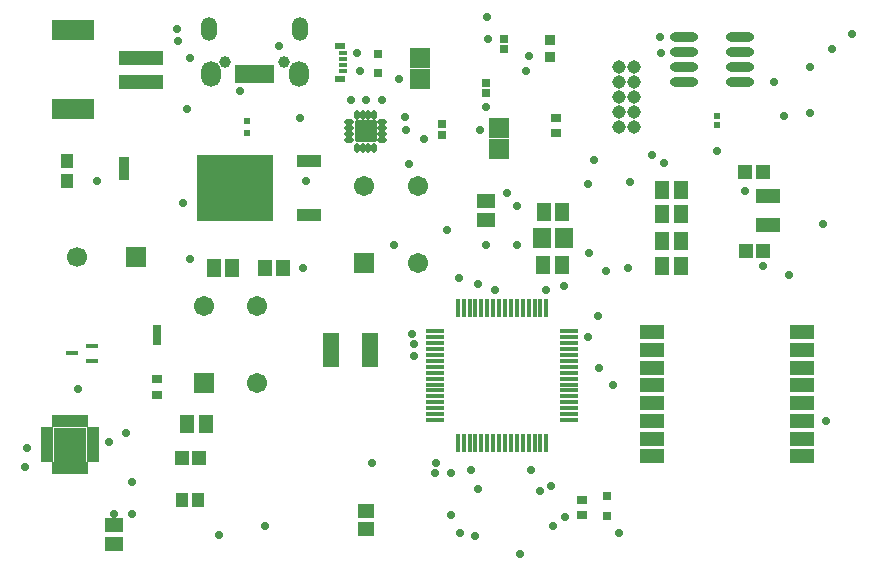
<source format=gts>
G04*
G04 #@! TF.GenerationSoftware,Altium Limited,Altium Designer,21.1.1 (26)*
G04*
G04 Layer_Color=8388736*
%FSLAX25Y25*%
%MOIN*%
G70*
G04*
G04 #@! TF.SameCoordinates,BDA2E955-75C2-487D-9455-DF565B8534AD*
G04*
G04*
G04 #@! TF.FilePolarity,Negative*
G04*
G01*
G75*
%ADD23R,0.02362X0.01968*%
%ADD28R,0.04473X0.01775*%
%ADD30R,0.03740X0.02756*%
%ADD31R,0.03150X0.03150*%
%ADD32R,0.03197X0.02985*%
%ADD35R,0.05906X0.01181*%
%ADD36R,0.01181X0.05906*%
%ADD37R,0.02648X0.02816*%
%ADD41R,0.03150X0.01181*%
%ADD42R,0.03543X0.02362*%
%ADD45R,0.03788X0.03681*%
%ADD47R,0.03985X0.04560*%
%ADD48R,0.01860X0.02029*%
%ADD55R,0.04147X0.04540*%
%ADD56R,0.04540X0.06115*%
%ADD57R,0.04540X0.04934*%
%ADD58R,0.02178X0.03950*%
%ADD59R,0.04147X0.02178*%
%ADD60R,0.11036X0.11430*%
%ADD61R,0.07887X0.04737*%
%ADD62R,0.06115X0.04540*%
%ADD63R,0.05721X0.04737*%
%ADD64O,0.09461X0.03162*%
%ADD65R,0.03162X0.03359*%
%ADD66R,0.06312X0.06706*%
%ADD67R,0.08477X0.04540*%
%ADD68R,0.02572X0.05918*%
%ADD69R,0.03713X0.03871*%
%ADD70R,0.06902X0.06706*%
G04:AMPARAMS|DCode=71|XSize=17.84mil|YSize=31.62mil|CornerRadius=5.97mil|HoleSize=0mil|Usage=FLASHONLY|Rotation=180.000|XOffset=0mil|YOffset=0mil|HoleType=Round|Shape=RoundedRectangle|*
%AMROUNDEDRECTD71*
21,1,0.01784,0.01968,0,0,180.0*
21,1,0.00591,0.03162,0,0,180.0*
1,1,0.01194,-0.00295,0.00984*
1,1,0.01194,0.00295,0.00984*
1,1,0.01194,0.00295,-0.00984*
1,1,0.01194,-0.00295,-0.00984*
%
%ADD71ROUNDEDRECTD71*%
G04:AMPARAMS|DCode=72|XSize=17.84mil|YSize=31.62mil|CornerRadius=5.97mil|HoleSize=0mil|Usage=FLASHONLY|Rotation=90.000|XOffset=0mil|YOffset=0mil|HoleType=Round|Shape=RoundedRectangle|*
%AMROUNDEDRECTD72*
21,1,0.01784,0.01968,0,0,90.0*
21,1,0.00591,0.03162,0,0,90.0*
1,1,0.01194,0.00984,0.00295*
1,1,0.01194,0.00984,-0.00295*
1,1,0.01194,-0.00984,-0.00295*
1,1,0.01194,-0.00984,0.00295*
%
%ADD72ROUNDEDRECTD72*%
G04:AMPARAMS|DCode=73|XSize=74.93mil|YSize=74.93mil|CornerRadius=6.01mil|HoleSize=0mil|Usage=FLASHONLY|Rotation=90.000|XOffset=0mil|YOffset=0mil|HoleType=Round|Shape=RoundedRectangle|*
%AMROUNDEDRECTD73*
21,1,0.07493,0.06291,0,0,90.0*
21,1,0.06291,0.07493,0,0,90.0*
1,1,0.01202,0.03146,0.03146*
1,1,0.01202,0.03146,-0.03146*
1,1,0.01202,-0.03146,-0.03146*
1,1,0.01202,-0.03146,0.03146*
%
%ADD73ROUNDEDRECTD73*%
%ADD74R,0.02965X0.03162*%
%ADD75R,0.14186X0.06706*%
%ADD76R,0.14580X0.04737*%
%ADD77R,0.07887X0.04343*%
%ADD78R,0.25210X0.22257*%
%ADD79R,0.05328X0.11430*%
%ADD80R,0.04737X0.05721*%
%ADD81C,0.06693*%
%ADD82R,0.06693X0.06693*%
%ADD83O,0.06509X0.08674*%
%ADD84O,0.05328X0.07887*%
%ADD85C,0.03950*%
%ADD86C,0.04500*%
%ADD87C,0.06706*%
%ADD88R,0.06706X0.06706*%
%ADD89C,0.02769*%
D23*
X178500Y462468D02*
D03*
Y458531D02*
D03*
D28*
X120000Y385000D02*
D03*
X126988Y387559D02*
D03*
Y382441D02*
D03*
D30*
X148500Y371000D02*
D03*
Y376315D02*
D03*
D31*
X298500Y330752D02*
D03*
Y337248D02*
D03*
X222000Y478252D02*
D03*
Y484748D02*
D03*
D32*
X290000Y331032D02*
D03*
Y335969D02*
D03*
X281500Y458532D02*
D03*
Y463468D02*
D03*
D35*
X241059Y392264D02*
D03*
Y390295D02*
D03*
Y388327D02*
D03*
Y386358D02*
D03*
Y384390D02*
D03*
Y382421D02*
D03*
Y380453D02*
D03*
Y378484D02*
D03*
Y376516D02*
D03*
Y374547D02*
D03*
Y372579D02*
D03*
Y370610D02*
D03*
Y368642D02*
D03*
Y366673D02*
D03*
Y364705D02*
D03*
Y362736D02*
D03*
X285941D02*
D03*
Y364705D02*
D03*
Y366673D02*
D03*
Y368642D02*
D03*
Y370610D02*
D03*
Y372579D02*
D03*
Y374547D02*
D03*
Y376516D02*
D03*
Y378484D02*
D03*
Y380453D02*
D03*
Y382421D02*
D03*
Y384390D02*
D03*
Y386358D02*
D03*
Y388327D02*
D03*
Y390295D02*
D03*
Y392264D02*
D03*
D36*
X248736Y355059D02*
D03*
X250705D02*
D03*
X252673D02*
D03*
X254642D02*
D03*
X256610D02*
D03*
X258579D02*
D03*
X260547D02*
D03*
X262516D02*
D03*
X264484D02*
D03*
X266453D02*
D03*
X268421D02*
D03*
X270390D02*
D03*
X272358D02*
D03*
X274327D02*
D03*
X276295D02*
D03*
X278264D02*
D03*
Y399941D02*
D03*
X276295D02*
D03*
X274327D02*
D03*
X272358D02*
D03*
X270390D02*
D03*
X268421D02*
D03*
X266453D02*
D03*
X264484D02*
D03*
X262516D02*
D03*
X260547D02*
D03*
X258579D02*
D03*
X256610D02*
D03*
X254642D02*
D03*
X252673D02*
D03*
X250705D02*
D03*
X248736D02*
D03*
D37*
X243500Y461384D02*
D03*
Y457616D02*
D03*
D41*
X210500Y479031D02*
D03*
Y481000D02*
D03*
Y482969D02*
D03*
Y484937D02*
D03*
D42*
X209516Y476472D02*
D03*
Y487496D02*
D03*
D45*
X279500Y489317D02*
D03*
Y483683D02*
D03*
D47*
X118500Y449012D02*
D03*
Y442500D02*
D03*
D48*
X335000Y461000D02*
D03*
Y463981D02*
D03*
D55*
X156685Y336000D02*
D03*
X162000D02*
D03*
D56*
X164890Y361500D02*
D03*
X158591D02*
D03*
X316850Y414000D02*
D03*
X323150D02*
D03*
X316850Y439500D02*
D03*
X323150D02*
D03*
X316850Y431500D02*
D03*
X323150D02*
D03*
X316850Y422500D02*
D03*
X323150D02*
D03*
X277201Y414500D02*
D03*
X283500D02*
D03*
X283650Y432000D02*
D03*
X277350D02*
D03*
X167350Y413500D02*
D03*
X173650D02*
D03*
D57*
X162500Y350000D02*
D03*
X156791D02*
D03*
X350500Y419000D02*
D03*
X344791D02*
D03*
X350354Y445500D02*
D03*
X344646D02*
D03*
D58*
X114579Y346626D02*
D03*
X116547D02*
D03*
X118516D02*
D03*
X120484D02*
D03*
X122453D02*
D03*
X124421D02*
D03*
Y362374D02*
D03*
X122453D02*
D03*
X120484D02*
D03*
X118516D02*
D03*
X116547D02*
D03*
X114579D02*
D03*
D59*
X127276Y349579D02*
D03*
Y351547D02*
D03*
Y353516D02*
D03*
Y355484D02*
D03*
Y357453D02*
D03*
Y359421D02*
D03*
X111724D02*
D03*
Y357453D02*
D03*
Y355484D02*
D03*
Y353516D02*
D03*
Y351547D02*
D03*
Y349579D02*
D03*
D60*
X119500Y354500D02*
D03*
D61*
X352000Y427579D02*
D03*
Y437421D02*
D03*
D62*
X134000Y321350D02*
D03*
Y327650D02*
D03*
X258000Y429350D02*
D03*
Y435650D02*
D03*
D63*
X218000Y326500D02*
D03*
Y332405D02*
D03*
D64*
X342949Y475500D02*
D03*
Y480500D02*
D03*
Y485500D02*
D03*
Y490500D02*
D03*
X324051Y475500D02*
D03*
Y480500D02*
D03*
Y485500D02*
D03*
Y490500D02*
D03*
D65*
X148500Y392673D02*
D03*
Y389327D02*
D03*
D66*
X284240Y423500D02*
D03*
X276760D02*
D03*
D67*
X313500Y374264D02*
D03*
Y380169D02*
D03*
Y350642D02*
D03*
Y356547D02*
D03*
Y362453D02*
D03*
Y368358D02*
D03*
Y386075D02*
D03*
Y391980D02*
D03*
X363500D02*
D03*
Y386075D02*
D03*
Y380169D02*
D03*
Y374264D02*
D03*
Y368358D02*
D03*
Y362453D02*
D03*
Y356547D02*
D03*
Y350642D02*
D03*
D68*
X186118Y478083D02*
D03*
X175882D02*
D03*
X183559D02*
D03*
X181000D02*
D03*
X178441D02*
D03*
D69*
X137500Y444642D02*
D03*
Y448500D02*
D03*
D70*
X262500Y460087D02*
D03*
Y453000D02*
D03*
X236000Y483543D02*
D03*
Y476457D02*
D03*
D71*
X215047Y453488D02*
D03*
X217016D02*
D03*
X218984D02*
D03*
X220953D02*
D03*
Y464512D02*
D03*
X218984D02*
D03*
X217016D02*
D03*
X215047D02*
D03*
D72*
X223512Y456047D02*
D03*
Y458016D02*
D03*
Y459984D02*
D03*
Y461953D02*
D03*
X212488D02*
D03*
Y459984D02*
D03*
Y458016D02*
D03*
Y456047D02*
D03*
D73*
X218000Y459000D02*
D03*
D74*
X264000Y489673D02*
D03*
Y486327D02*
D03*
X258000Y475173D02*
D03*
Y471827D02*
D03*
D75*
X120445Y466311D02*
D03*
Y492689D02*
D03*
D76*
X143083Y475563D02*
D03*
Y483437D02*
D03*
D77*
X199035Y431024D02*
D03*
Y448976D02*
D03*
D78*
X174626Y440000D02*
D03*
D79*
X219398Y386000D02*
D03*
X206602D02*
D03*
D80*
X184594Y413500D02*
D03*
X190500D02*
D03*
D81*
X121815Y417000D02*
D03*
D82*
X141500D02*
D03*
D83*
X195665Y478083D02*
D03*
X166335D02*
D03*
D84*
X196256Y493043D02*
D03*
X165744D02*
D03*
D85*
X190843Y482217D02*
D03*
X171157D02*
D03*
D86*
X302500Y480500D02*
D03*
X307500D02*
D03*
X302500Y475500D02*
D03*
X307500D02*
D03*
X302539Y470500D02*
D03*
X307500D02*
D03*
X302500Y465500D02*
D03*
X307500D02*
D03*
X302500Y460500D02*
D03*
X307500D02*
D03*
D87*
X235358Y415205D02*
D03*
Y440795D02*
D03*
X217642D02*
D03*
X181858Y375205D02*
D03*
Y400795D02*
D03*
X164142D02*
D03*
D88*
X217642Y415205D02*
D03*
X164142Y375205D02*
D03*
D89*
X115563Y350563D02*
D03*
Y354500D02*
D03*
Y358437D02*
D03*
X119500Y350563D02*
D03*
Y354500D02*
D03*
Y358437D02*
D03*
X123437Y350563D02*
D03*
Y354500D02*
D03*
Y358437D02*
D03*
X138000Y358500D02*
D03*
X140000Y331500D02*
D03*
X134000D02*
D03*
X132484Y355484D02*
D03*
X158500Y466500D02*
D03*
X258500Y497000D02*
D03*
X268500Y434000D02*
D03*
X268461Y420961D02*
D03*
X292000Y390500D02*
D03*
X300500Y374500D02*
D03*
X380000Y491500D02*
D03*
X366000Y465000D02*
D03*
X370500Y428000D02*
D03*
X284500Y330500D02*
D03*
X357500Y464000D02*
D03*
X366000Y480500D02*
D03*
X316500Y485000D02*
D03*
X316000Y490500D02*
D03*
X354000Y475500D02*
D03*
X373500Y486500D02*
D03*
X269500Y318000D02*
D03*
X371500Y362500D02*
D03*
X249500Y325000D02*
D03*
X246500Y331000D02*
D03*
X273000Y346000D02*
D03*
X253000D02*
D03*
X280500Y327500D02*
D03*
X279719Y340781D02*
D03*
X276000Y339000D02*
D03*
X246500Y345000D02*
D03*
X302500Y325000D02*
D03*
X241000Y345000D02*
D03*
X258000Y421000D02*
D03*
X227500D02*
D03*
X241500Y348500D02*
D03*
X317500Y448500D02*
D03*
X306000Y442000D02*
D03*
X278000Y406000D02*
D03*
X249000Y410000D02*
D03*
X292000Y441500D02*
D03*
X284000Y407500D02*
D03*
X261000Y406000D02*
D03*
X255500Y408000D02*
D03*
X313500Y451000D02*
D03*
X294000Y449500D02*
D03*
X292500Y418500D02*
D03*
X245000Y426000D02*
D03*
X255500Y339870D02*
D03*
X335000Y452500D02*
D03*
X265000Y438500D02*
D03*
X155000Y493000D02*
D03*
X155500Y489000D02*
D03*
X159500Y483500D02*
D03*
X305500Y413500D02*
D03*
X298000Y412500D02*
D03*
X122000Y373000D02*
D03*
X254500Y324000D02*
D03*
X344500Y439000D02*
D03*
X350500Y414000D02*
D03*
X233500Y391500D02*
D03*
X234000Y388000D02*
D03*
X295500Y397500D02*
D03*
X234000Y384000D02*
D03*
X220000Y348500D02*
D03*
X184500Y327500D02*
D03*
X104500Y347000D02*
D03*
X169000Y324500D02*
D03*
X105000Y353500D02*
D03*
X159500Y416500D02*
D03*
X140000Y342000D02*
D03*
X295669Y380169D02*
D03*
X359000Y411000D02*
D03*
X157000Y435000D02*
D03*
X197000Y413500D02*
D03*
X198000Y442500D02*
D03*
X128500D02*
D03*
X189000Y487500D02*
D03*
X196000Y463500D02*
D03*
X231057Y463597D02*
D03*
X229000Y476500D02*
D03*
X216000Y479000D02*
D03*
X237500Y456500D02*
D03*
X218000Y469468D02*
D03*
X223500Y469500D02*
D03*
X213000D02*
D03*
X215000Y485000D02*
D03*
X258827Y489673D02*
D03*
X271500Y479000D02*
D03*
X258000Y467000D02*
D03*
X231500Y459500D02*
D03*
X256000D02*
D03*
X232500Y448000D02*
D03*
X176000Y472500D02*
D03*
X272500Y484000D02*
D03*
X218000Y459000D02*
D03*
X219969Y460969D02*
D03*
X216032D02*
D03*
Y457032D02*
D03*
X219969D02*
D03*
M02*

</source>
